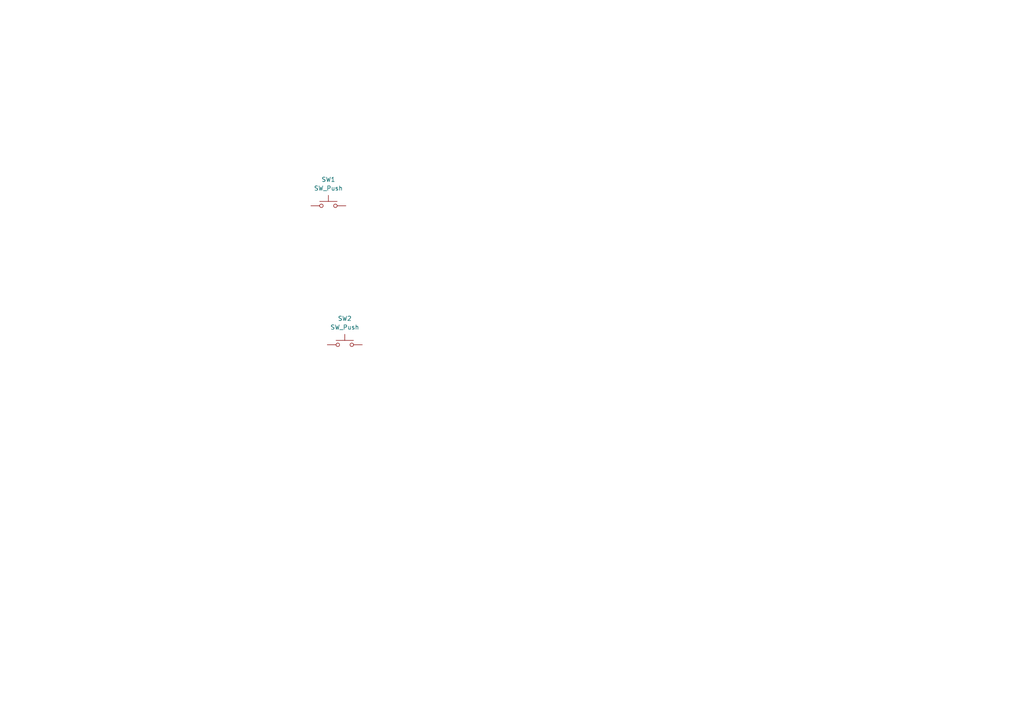
<source format=kicad_sch>
(kicad_sch (version 20231120) (generator "eeschema") (generator_version "8.0")
  (paper "A4")
  (lib_symbols
    (symbol "Switch:SW_Push" (pin_numbers hide) (pin_names (offset 1.016) hide)
      (property "Reference" "SW" (at 1.27 2.54 0))
      (property "Value" "SW_Push" (at 0 -1.524 0))
      (symbol "SW_Push_0_1"
        (circle (center -2.032 0) (radius 0.508))
        (polyline (pts (xy 0 1.27) (xy 0 3.048)))
        (polyline (pts (xy 2.54 1.27) (xy -2.54 1.27)))
        (circle (center 2.032 0) (radius 0.508))
        (pin passive line (at -5.08 0 0) (length 2.54) (name "1") (number "1"))
        (pin passive line (at 5.08 0 180) (length 2.54) (name "2") (number "2"))
      )
    )
  )
  (symbol (lib_id "Switch:SW_Push") (at 95.25 59.69 0) (unit 1)
    (property "Reference" "SW1" (at 95.25 52.07 0))
    (property "Value" "SW_Push" (at 95.25 54.61 0))
    (property "Footprint" "kbd_SW:CherryMX_Solder_1u" (effects (hide yes)))
    (property "Description" "Push button switch, generic, two pins" (effects (hide yes)))
  )
  (symbol (lib_id "Switch:SW_Push") (at 100.0 100.0 0) (unit 1)
    (property "Reference" "SW2" (at 100.0 92.38 0))
    (property "Value" "SW_Push" (at 100.0 94.92 0))
    (property "Footprint" "kbd_SW:CherryMX_Solder_1.25u" (effects (hide yes)))
    (property "Description" "Push button switch, generic, two pins" (effects (hide yes)))
  )
)
</source>
